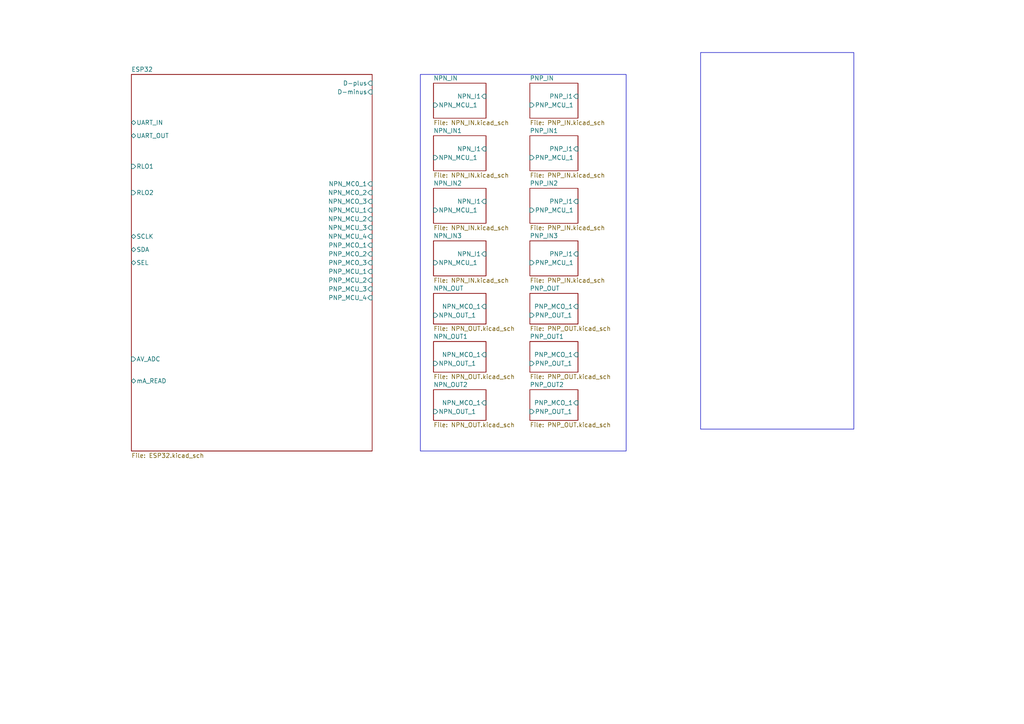
<source format=kicad_sch>
(kicad_sch
	(version 20250114)
	(generator "eeschema")
	(generator_version "9.0")
	(uuid "7bd5389b-bffc-4135-b1d3-55f66ca2af6c")
	(paper "A4")
	(lib_symbols)
	(rectangle
		(start 203.2 15.24)
		(end 247.65 124.46)
		(stroke
			(width 0)
			(type default)
		)
		(fill
			(type none)
		)
		(uuid 1c9924bc-f31d-4f4c-85b2-2d5596c47358)
	)
	(rectangle
		(start 121.92 21.59)
		(end 181.61 130.81)
		(stroke
			(width 0)
			(type default)
		)
		(fill
			(type none)
		)
		(uuid ded26b50-e24a-4199-ac33-35b9a6f378a7)
	)
	(sheet
		(at 125.73 113.03)
		(size 15.24 8.89)
		(exclude_from_sim no)
		(in_bom yes)
		(on_board yes)
		(dnp no)
		(fields_autoplaced yes)
		(stroke
			(width 0.1524)
			(type solid)
		)
		(fill
			(color 0 0 0 0.0000)
		)
		(uuid "183b83ff-d684-428d-824b-e48b89d0b10c")
		(property "Sheetname" "NPN_OUT2"
			(at 125.73 112.3184 0)
			(effects
				(font
					(size 1.27 1.27)
				)
				(justify left bottom)
			)
		)
		(property "Sheetfile" "NPN_OUT.kicad_sch"
			(at 125.73 122.5046 0)
			(effects
				(font
					(size 1.27 1.27)
				)
				(justify left top)
			)
		)
		(pin "NPN_MCO_1" input
			(at 140.97 116.84 0)
			(uuid "81b29031-cbce-4715-984b-b9b10006f956")
			(effects
				(font
					(size 1.27 1.27)
				)
				(justify right)
			)
		)
		(pin "NPN_OUT_1" input
			(at 125.73 119.38 180)
			(uuid "94897c4c-efb8-4b9a-bfed-acbb0dd069ce")
			(effects
				(font
					(size 1.27 1.27)
				)
				(justify left)
			)
		)
		(instances
			(project "PLC4UNI_Dev_Board_1.0"
				(path "/7bd5389b-bffc-4135-b1d3-55f66ca2af6c"
					(page "13")
				)
			)
		)
	)
	(sheet
		(at 38.1 21.59)
		(size 69.85 109.22)
		(exclude_from_sim no)
		(in_bom yes)
		(on_board yes)
		(dnp no)
		(fields_autoplaced yes)
		(stroke
			(width 0.1524)
			(type solid)
		)
		(fill
			(color 0 0 0 0.0000)
		)
		(uuid "1bf8075e-2497-4c67-94ff-37c12dd48c4f")
		(property "Sheetname" "ESP32"
			(at 38.1 20.8784 0)
			(effects
				(font
					(size 1.27 1.27)
				)
				(justify left bottom)
			)
		)
		(property "Sheetfile" "ESP32.kicad_sch"
			(at 38.1 131.3946 0)
			(effects
				(font
					(size 1.27 1.27)
				)
				(justify left top)
			)
		)
		(pin "AV_ADC" input
			(at 38.1 104.14 180)
			(uuid "435cbe75-20ae-48b8-9ed4-fd6084fa68e1")
			(effects
				(font
					(size 1.27 1.27)
				)
				(justify left)
			)
		)
		(pin "D-minus" input
			(at 107.95 26.67 0)
			(uuid "7f94822c-425c-46c6-b8df-7c18e152c171")
			(effects
				(font
					(size 1.27 1.27)
				)
				(justify right)
			)
		)
		(pin "D-plus" input
			(at 107.95 24.13 0)
			(uuid "1027791f-228a-49ad-ada5-482e1c1ca9b5")
			(effects
				(font
					(size 1.27 1.27)
				)
				(justify right)
			)
		)
		(pin "mA_READ" bidirectional
			(at 38.1 110.49 180)
			(uuid "9cdfa7c6-449a-448d-b4d4-f7401e89a70e")
			(effects
				(font
					(size 1.27 1.27)
				)
				(justify left)
			)
		)
		(pin "NPN_MC0_1" input
			(at 107.95 53.34 0)
			(uuid "a27cc70f-2995-4f7d-92d7-3d2c9210e9ce")
			(effects
				(font
					(size 1.27 1.27)
				)
				(justify right)
			)
		)
		(pin "NPN_MCO_2" input
			(at 107.95 55.88 0)
			(uuid "50c53852-bab7-4f43-a183-624ff4a945be")
			(effects
				(font
					(size 1.27 1.27)
				)
				(justify right)
			)
		)
		(pin "NPN_MCO_3" input
			(at 107.95 58.42 0)
			(uuid "e8de18f6-26d4-4ddf-bd2f-dec218af04a4")
			(effects
				(font
					(size 1.27 1.27)
				)
				(justify right)
			)
		)
		(pin "NPN_MCU_1" input
			(at 107.95 60.96 0)
			(uuid "9e004a24-d7b8-4436-9718-04c236a54048")
			(effects
				(font
					(size 1.27 1.27)
				)
				(justify right)
			)
		)
		(pin "NPN_MCU_2" input
			(at 107.95 63.5 0)
			(uuid "66253a01-70ff-45ce-adc9-0510b60b4d40")
			(effects
				(font
					(size 1.27 1.27)
				)
				(justify right)
			)
		)
		(pin "NPN_MCU_3" input
			(at 107.95 66.04 0)
			(uuid "8e6f1262-0bee-48c1-aa54-98f0648b918a")
			(effects
				(font
					(size 1.27 1.27)
				)
				(justify right)
			)
		)
		(pin "NPN_MCU_4" input
			(at 107.95 68.58 0)
			(uuid "cdab8b74-9e9d-49dd-9c80-6802209b379e")
			(effects
				(font
					(size 1.27 1.27)
				)
				(justify right)
			)
		)
		(pin "PNP_MCO_1" input
			(at 107.95 71.12 0)
			(uuid "3879bef5-68cf-483e-8c7d-36bb0eaec150")
			(effects
				(font
					(size 1.27 1.27)
				)
				(justify right)
			)
		)
		(pin "PNP_MCO_2" input
			(at 107.95 73.66 0)
			(uuid "93d32bbe-a32f-47c7-8b4c-e951dd0e1793")
			(effects
				(font
					(size 1.27 1.27)
				)
				(justify right)
			)
		)
		(pin "PNP_MCO_3" input
			(at 107.95 76.2 0)
			(uuid "def8c6ee-4847-41ed-9ef7-50b3a0352f91")
			(effects
				(font
					(size 1.27 1.27)
				)
				(justify right)
			)
		)
		(pin "PNP_MCU_1" input
			(at 107.95 78.74 0)
			(uuid "0603a1fa-1316-43c0-82ed-f9342b8be8f8")
			(effects
				(font
					(size 1.27 1.27)
				)
				(justify right)
			)
		)
		(pin "PNP_MCU_2" input
			(at 107.95 81.28 0)
			(uuid "edb5d375-f371-42ce-8527-5ca2ba2b2fe6")
			(effects
				(font
					(size 1.27 1.27)
				)
				(justify right)
			)
		)
		(pin "PNP_MCU_3" input
			(at 107.95 83.82 0)
			(uuid "e7286443-7dc8-4471-b256-0aaf44c41f45")
			(effects
				(font
					(size 1.27 1.27)
				)
				(justify right)
			)
		)
		(pin "PNP_MCU_4" input
			(at 107.95 86.36 0)
			(uuid "20622f93-2615-4f4b-92b2-514352d6a74d")
			(effects
				(font
					(size 1.27 1.27)
				)
				(justify right)
			)
		)
		(pin "RLO1" input
			(at 38.1 48.26 180)
			(uuid "6e580ed2-348c-4f10-99e3-5d0047947aa6")
			(effects
				(font
					(size 1.27 1.27)
				)
				(justify left)
			)
		)
		(pin "RLO2" input
			(at 38.1 55.88 180)
			(uuid "59cb3496-ed73-4c56-bb58-aa205bf3abd9")
			(effects
				(font
					(size 1.27 1.27)
				)
				(justify left)
			)
		)
		(pin "SCLK" bidirectional
			(at 38.1 68.58 180)
			(uuid "764427f3-b4ed-4430-8ca2-25cc8ac88b47")
			(effects
				(font
					(size 1.27 1.27)
				)
				(justify left)
			)
		)
		(pin "SDA" bidirectional
			(at 38.1 72.39 180)
			(uuid "27fbc3e2-9849-4620-9edd-99f1ac113743")
			(effects
				(font
					(size 1.27 1.27)
				)
				(justify left)
			)
		)
		(pin "SEL" bidirectional
			(at 38.1 76.2 180)
			(uuid "4679e3a9-3093-4872-9839-f15f6bcaf0dd")
			(effects
				(font
					(size 1.27 1.27)
				)
				(justify left)
			)
		)
		(pin "UART_IN" bidirectional
			(at 38.1 35.56 180)
			(uuid "dee12587-f149-4c10-a6c3-65a5f67d26eb")
			(effects
				(font
					(size 1.27 1.27)
				)
				(justify left)
			)
		)
		(pin "UART_OUT" bidirectional
			(at 38.1 39.37 180)
			(uuid "9ad2858c-9333-4928-b08b-524b5edbeae9")
			(effects
				(font
					(size 1.27 1.27)
				)
				(justify left)
			)
		)
		(instances
			(project "PLC4UNI_Dev_Board_1.0"
				(path "/7bd5389b-bffc-4135-b1d3-55f66ca2af6c"
					(page "2")
				)
			)
		)
	)
	(sheet
		(at 125.73 39.37)
		(size 15.24 10.16)
		(exclude_from_sim no)
		(in_bom yes)
		(on_board yes)
		(dnp no)
		(fields_autoplaced yes)
		(stroke
			(width 0.1524)
			(type solid)
		)
		(fill
			(color 0 0 0 0.0000)
		)
		(uuid "2c6ce7db-5b30-4eac-b77d-7c81d7578578")
		(property "Sheetname" "NPN_IN1"
			(at 125.73 38.6584 0)
			(effects
				(font
					(size 1.27 1.27)
				)
				(justify left bottom)
			)
		)
		(property "Sheetfile" "NPN_IN.kicad_sch"
			(at 125.73 50.1146 0)
			(effects
				(font
					(size 1.27 1.27)
				)
				(justify left top)
			)
		)
		(pin "NPN_I1" input
			(at 140.97 43.18 0)
			(uuid "f6190182-6d7c-45d8-b4f3-608b14f575fc")
			(effects
				(font
					(size 1.27 1.27)
				)
				(justify right)
			)
		)
		(pin "NPN_MCU_1" input
			(at 125.73 45.72 180)
			(uuid "94f313e9-bac0-457b-b19b-32b7d0aeb3e8")
			(effects
				(font
					(size 1.27 1.27)
				)
				(justify left)
			)
		)
		(instances
			(project "PLC4UNI_Dev_Board_1.0"
				(path "/7bd5389b-bffc-4135-b1d3-55f66ca2af6c"
					(page "4")
				)
			)
		)
	)
	(sheet
		(at 125.73 99.06)
		(size 15.24 8.89)
		(exclude_from_sim no)
		(in_bom yes)
		(on_board yes)
		(dnp no)
		(fields_autoplaced yes)
		(stroke
			(width 0.1524)
			(type solid)
		)
		(fill
			(color 0 0 0 0.0000)
		)
		(uuid "3b3adabc-3727-44ec-82ff-e5398c23acac")
		(property "Sheetname" "NPN_OUT1"
			(at 125.73 98.3484 0)
			(effects
				(font
					(size 1.27 1.27)
				)
				(justify left bottom)
			)
		)
		(property "Sheetfile" "NPN_OUT.kicad_sch"
			(at 125.73 108.5346 0)
			(effects
				(font
					(size 1.27 1.27)
				)
				(justify left top)
			)
		)
		(pin "NPN_MCO_1" input
			(at 140.97 102.87 0)
			(uuid "fdcb7eff-6827-4072-a8c2-5f4b249c2a56")
			(effects
				(font
					(size 1.27 1.27)
				)
				(justify right)
			)
		)
		(pin "NPN_OUT_1" input
			(at 125.73 105.41 180)
			(uuid "9c58ebd0-76a9-4dd3-8100-0356d6467b57")
			(effects
				(font
					(size 1.27 1.27)
				)
				(justify left)
			)
		)
		(instances
			(project "PLC4UNI_Dev_Board_1.0"
				(path "/7bd5389b-bffc-4135-b1d3-55f66ca2af6c"
					(page "12")
				)
			)
		)
	)
	(sheet
		(at 125.73 24.13)
		(size 15.24 10.16)
		(exclude_from_sim no)
		(in_bom yes)
		(on_board yes)
		(dnp no)
		(fields_autoplaced yes)
		(stroke
			(width 0.1524)
			(type solid)
		)
		(fill
			(color 0 0 0 0.0000)
		)
		(uuid "486bd80c-ec5b-4572-9bd1-952d262a97ae")
		(property "Sheetname" "NPN_IN"
			(at 125.73 23.4184 0)
			(effects
				(font
					(size 1.27 1.27)
				)
				(justify left bottom)
			)
		)
		(property "Sheetfile" "NPN_IN.kicad_sch"
			(at 125.73 34.8746 0)
			(effects
				(font
					(size 1.27 1.27)
				)
				(justify left top)
			)
		)
		(pin "NPN_I1" input
			(at 140.97 27.94 0)
			(uuid "e6324235-3843-4ea2-936d-e0b66b9feb2d")
			(effects
				(font
					(size 1.27 1.27)
				)
				(justify right)
			)
		)
		(pin "NPN_MCU_1" input
			(at 125.73 30.48 180)
			(uuid "c47bf469-2f80-431e-8a00-f811edaa30a6")
			(effects
				(font
					(size 1.27 1.27)
				)
				(justify left)
			)
		)
		(instances
			(project "PLC4UNI_Dev_Board_1.0"
				(path "/7bd5389b-bffc-4135-b1d3-55f66ca2af6c"
					(page "3")
				)
			)
		)
	)
	(sheet
		(at 153.67 69.85)
		(size 13.97 10.16)
		(exclude_from_sim no)
		(in_bom yes)
		(on_board yes)
		(dnp no)
		(fields_autoplaced yes)
		(stroke
			(width 0.1524)
			(type solid)
		)
		(fill
			(color 0 0 0 0.0000)
		)
		(uuid "617d8ba0-a578-4a06-b4ed-65a1397e0239")
		(property "Sheetname" "PNP_IN3"
			(at 153.67 69.1384 0)
			(effects
				(font
					(size 1.27 1.27)
				)
				(justify left bottom)
			)
		)
		(property "Sheetfile" "PNP_IN.kicad_sch"
			(at 153.67 80.5946 0)
			(effects
				(font
					(size 1.27 1.27)
				)
				(justify left top)
			)
		)
		(pin "PNP_I1" input
			(at 167.64 73.66 0)
			(uuid "8e6425e9-6c0c-476b-bf95-786e64d066bf")
			(effects
				(font
					(size 1.27 1.27)
				)
				(justify right)
			)
		)
		(pin "PNP_MCU_1" input
			(at 153.67 76.2 180)
			(uuid "86128eda-b089-4363-98ff-b11a23b8cb92")
			(effects
				(font
					(size 1.27 1.27)
				)
				(justify left)
			)
		)
		(instances
			(project "PLC4UNI_Dev_Board_1.0"
				(path "/7bd5389b-bffc-4135-b1d3-55f66ca2af6c"
					(page "10")
				)
			)
		)
	)
	(sheet
		(at 153.67 113.03)
		(size 13.97 8.89)
		(exclude_from_sim no)
		(in_bom yes)
		(on_board yes)
		(dnp no)
		(fields_autoplaced yes)
		(stroke
			(width 0.1524)
			(type solid)
		)
		(fill
			(color 0 0 0 0.0000)
		)
		(uuid "658876ee-48c8-414f-81c5-b2592ec3630b")
		(property "Sheetname" "PNP_OUT2"
			(at 153.67 112.3184 0)
			(effects
				(font
					(size 1.27 1.27)
				)
				(justify left bottom)
			)
		)
		(property "Sheetfile" "PNP_OUT.kicad_sch"
			(at 153.67 122.5046 0)
			(effects
				(font
					(size 1.27 1.27)
				)
				(justify left top)
			)
		)
		(pin "PNP_MCO_1" input
			(at 167.64 116.84 0)
			(uuid "39635727-e4bd-46c3-877f-b29ca65f7f0a")
			(effects
				(font
					(size 1.27 1.27)
				)
				(justify right)
			)
		)
		(pin "PNP_OUT_1" input
			(at 153.67 119.38 180)
			(uuid "614946cd-7436-428a-a9cf-891958e5ce51")
			(effects
				(font
					(size 1.27 1.27)
				)
				(justify left)
			)
		)
		(instances
			(project "PLC4UNI_Dev_Board_1.0"
				(path "/7bd5389b-bffc-4135-b1d3-55f66ca2af6c"
					(page "16")
				)
			)
		)
	)
	(sheet
		(at 153.67 39.37)
		(size 13.97 10.16)
		(exclude_from_sim no)
		(in_bom yes)
		(on_board yes)
		(dnp no)
		(fields_autoplaced yes)
		(stroke
			(width 0.1524)
			(type solid)
		)
		(fill
			(color 0 0 0 0.0000)
		)
		(uuid "86da6f81-5eec-4724-a281-37f5b00d485c")
		(property "Sheetname" "PNP_IN1"
			(at 153.67 38.6584 0)
			(effects
				(font
					(size 1.27 1.27)
				)
				(justify left bottom)
			)
		)
		(property "Sheetfile" "PNP_IN.kicad_sch"
			(at 153.67 50.1146 0)
			(effects
				(font
					(size 1.27 1.27)
				)
				(justify left top)
			)
		)
		(pin "PNP_I1" input
			(at 167.64 43.18 0)
			(uuid "182926e1-f97e-4939-946a-042e43b0e273")
			(effects
				(font
					(size 1.27 1.27)
				)
				(justify right)
			)
		)
		(pin "PNP_MCU_1" input
			(at 153.67 45.72 180)
			(uuid "0a85f13a-eadc-4ae6-a2bf-b1cfe3781e23")
			(effects
				(font
					(size 1.27 1.27)
				)
				(justify left)
			)
		)
		(instances
			(project "PLC4UNI_Dev_Board_1.0"
				(path "/7bd5389b-bffc-4135-b1d3-55f66ca2af6c"
					(page "8")
				)
			)
		)
	)
	(sheet
		(at 153.67 24.13)
		(size 13.97 10.16)
		(exclude_from_sim no)
		(in_bom yes)
		(on_board yes)
		(dnp no)
		(fields_autoplaced yes)
		(stroke
			(width 0.1524)
			(type solid)
		)
		(fill
			(color 0 0 0 0.0000)
		)
		(uuid "9a4a731a-9795-45be-aa5d-72afbcf95fbc")
		(property "Sheetname" "PNP_IN"
			(at 153.67 23.4184 0)
			(effects
				(font
					(size 1.27 1.27)
				)
				(justify left bottom)
			)
		)
		(property "Sheetfile" "PNP_IN.kicad_sch"
			(at 153.67 34.8746 0)
			(effects
				(font
					(size 1.27 1.27)
				)
				(justify left top)
			)
		)
		(pin "PNP_I1" input
			(at 167.64 27.94 0)
			(uuid "45c57747-b3f5-455a-bbb2-c3a239b35c38")
			(effects
				(font
					(size 1.27 1.27)
				)
				(justify right)
			)
		)
		(pin "PNP_MCU_1" input
			(at 153.67 30.48 180)
			(uuid "5dfdfb53-c804-49ea-8f35-272488cac2f8")
			(effects
				(font
					(size 1.27 1.27)
				)
				(justify left)
			)
		)
		(instances
			(project "PLC4UNI_Dev_Board_1.0"
				(path "/7bd5389b-bffc-4135-b1d3-55f66ca2af6c"
					(page "7")
				)
			)
		)
	)
	(sheet
		(at 125.73 85.09)
		(size 15.24 8.89)
		(exclude_from_sim no)
		(in_bom yes)
		(on_board yes)
		(dnp no)
		(fields_autoplaced yes)
		(stroke
			(width 0.1524)
			(type solid)
		)
		(fill
			(color 0 0 0 0.0000)
		)
		(uuid "b4fb70e8-d7db-4976-a39c-f3a113c5d02e")
		(property "Sheetname" "NPN_OUT"
			(at 125.73 84.3784 0)
			(effects
				(font
					(size 1.27 1.27)
				)
				(justify left bottom)
			)
		)
		(property "Sheetfile" "NPN_OUT.kicad_sch"
			(at 125.73 94.5646 0)
			(effects
				(font
					(size 1.27 1.27)
				)
				(justify left top)
			)
		)
		(pin "NPN_MCO_1" input
			(at 140.97 88.9 0)
			(uuid "de137da9-f42d-4fe0-b82a-4b24be07470e")
			(effects
				(font
					(size 1.27 1.27)
				)
				(justify right)
			)
		)
		(pin "NPN_OUT_1" input
			(at 125.73 91.44 180)
			(uuid "840551b8-0f89-4d15-961c-482136c22baf")
			(effects
				(font
					(size 1.27 1.27)
				)
				(justify left)
			)
		)
		(instances
			(project "PLC4UNI_Dev_Board_1.0"
				(path "/7bd5389b-bffc-4135-b1d3-55f66ca2af6c"
					(page "11")
				)
			)
		)
	)
	(sheet
		(at 153.67 85.09)
		(size 13.97 8.89)
		(exclude_from_sim no)
		(in_bom yes)
		(on_board yes)
		(dnp no)
		(fields_autoplaced yes)
		(stroke
			(width 0.1524)
			(type solid)
		)
		(fill
			(color 0 0 0 0.0000)
		)
		(uuid "b8801b66-8515-46ab-b47d-93422bcaead7")
		(property "Sheetname" "PNP_OUT"
			(at 153.67 84.3784 0)
			(effects
				(font
					(size 1.27 1.27)
				)
				(justify left bottom)
			)
		)
		(property "Sheetfile" "PNP_OUT.kicad_sch"
			(at 153.67 94.5646 0)
			(effects
				(font
					(size 1.27 1.27)
				)
				(justify left top)
			)
		)
		(pin "PNP_MCO_1" input
			(at 167.64 88.9 0)
			(uuid "8202b01d-a50d-4da4-a003-7c951009ae43")
			(effects
				(font
					(size 1.27 1.27)
				)
				(justify right)
			)
		)
		(pin "PNP_OUT_1" input
			(at 153.67 91.44 180)
			(uuid "fce9b835-63c8-4acc-a02f-1d673486ba87")
			(effects
				(font
					(size 1.27 1.27)
				)
				(justify left)
			)
		)
		(instances
			(project "PLC4UNI_Dev_Board_1.0"
				(path "/7bd5389b-bffc-4135-b1d3-55f66ca2af6c"
					(page "14")
				)
			)
		)
	)
	(sheet
		(at 153.67 99.06)
		(size 13.97 8.89)
		(exclude_from_sim no)
		(in_bom yes)
		(on_board yes)
		(dnp no)
		(fields_autoplaced yes)
		(stroke
			(width 0.1524)
			(type solid)
		)
		(fill
			(color 0 0 0 0.0000)
		)
		(uuid "ce50ca1a-92cf-4149-90da-2de3097c07b6")
		(property "Sheetname" "PNP_OUT1"
			(at 153.67 98.3484 0)
			(effects
				(font
					(size 1.27 1.27)
				)
				(justify left bottom)
			)
		)
		(property "Sheetfile" "PNP_OUT.kicad_sch"
			(at 153.67 108.5346 0)
			(effects
				(font
					(size 1.27 1.27)
				)
				(justify left top)
			)
		)
		(pin "PNP_MCO_1" input
			(at 167.64 102.87 0)
			(uuid "da8fec8e-87ab-44b6-8928-bb01d61fd758")
			(effects
				(font
					(size 1.27 1.27)
				)
				(justify right)
			)
		)
		(pin "PNP_OUT_1" input
			(at 153.67 105.41 180)
			(uuid "3719b362-52e5-42fb-bf92-159e77cf0494")
			(effects
				(font
					(size 1.27 1.27)
				)
				(justify left)
			)
		)
		(instances
			(project "PLC4UNI_Dev_Board_1.0"
				(path "/7bd5389b-bffc-4135-b1d3-55f66ca2af6c"
					(page "15")
				)
			)
		)
	)
	(sheet
		(at 125.73 54.61)
		(size 15.24 10.16)
		(exclude_from_sim no)
		(in_bom yes)
		(on_board yes)
		(dnp no)
		(fields_autoplaced yes)
		(stroke
			(width 0.1524)
			(type solid)
		)
		(fill
			(color 0 0 0 0.0000)
		)
		(uuid "d4273d9a-d74b-45cd-9163-b08e2d7c7f10")
		(property "Sheetname" "NPN_IN2"
			(at 125.73 53.8984 0)
			(effects
				(font
					(size 1.27 1.27)
				)
				(justify left bottom)
			)
		)
		(property "Sheetfile" "NPN_IN.kicad_sch"
			(at 125.73 65.3546 0)
			(effects
				(font
					(size 1.27 1.27)
				)
				(justify left top)
			)
		)
		(pin "NPN_I1" input
			(at 140.97 58.42 0)
			(uuid "fad1dd3c-7cf1-4c9e-a3fa-6ff3d8c6d8ac")
			(effects
				(font
					(size 1.27 1.27)
				)
				(justify right)
			)
		)
		(pin "NPN_MCU_1" input
			(at 125.73 60.96 180)
			(uuid "ea011b74-dd3f-4132-8544-f930d8819230")
			(effects
				(font
					(size 1.27 1.27)
				)
				(justify left)
			)
		)
		(instances
			(project "PLC4UNI_Dev_Board_1.0"
				(path "/7bd5389b-bffc-4135-b1d3-55f66ca2af6c"
					(page "5")
				)
			)
		)
	)
	(sheet
		(at 153.67 54.61)
		(size 13.97 10.16)
		(exclude_from_sim no)
		(in_bom yes)
		(on_board yes)
		(dnp no)
		(fields_autoplaced yes)
		(stroke
			(width 0.1524)
			(type solid)
		)
		(fill
			(color 0 0 0 0.0000)
		)
		(uuid "ecaf01c2-42aa-4819-9f94-d95aa2259c66")
		(property "Sheetname" "PNP_IN2"
			(at 153.67 53.8984 0)
			(effects
				(font
					(size 1.27 1.27)
				)
				(justify left bottom)
			)
		)
		(property "Sheetfile" "PNP_IN.kicad_sch"
			(at 153.67 65.3546 0)
			(effects
				(font
					(size 1.27 1.27)
				)
				(justify left top)
			)
		)
		(pin "PNP_I1" input
			(at 167.64 58.42 0)
			(uuid "9a07c34f-1b02-427c-a0a8-a584b8a5bc55")
			(effects
				(font
					(size 1.27 1.27)
				)
				(justify right)
			)
		)
		(pin "PNP_MCU_1" input
			(at 153.67 60.96 180)
			(uuid "c129d1b0-a3bf-4e7e-a4de-61ea39f7ebfe")
			(effects
				(font
					(size 1.27 1.27)
				)
				(justify left)
			)
		)
		(instances
			(project "PLC4UNI_Dev_Board_1.0"
				(path "/7bd5389b-bffc-4135-b1d3-55f66ca2af6c"
					(page "9")
				)
			)
		)
	)
	(sheet
		(at 125.73 69.85)
		(size 15.24 10.16)
		(exclude_from_sim no)
		(in_bom yes)
		(on_board yes)
		(dnp no)
		(fields_autoplaced yes)
		(stroke
			(width 0.1524)
			(type solid)
		)
		(fill
			(color 0 0 0 0.0000)
		)
		(uuid "fcd15253-91cc-4c9a-8b57-97f667e0178d")
		(property "Sheetname" "NPN_IN3"
			(at 125.73 69.1384 0)
			(effects
				(font
					(size 1.27 1.27)
				)
				(justify left bottom)
			)
		)
		(property "Sheetfile" "NPN_IN.kicad_sch"
			(at 125.73 80.5946 0)
			(effects
				(font
					(size 1.27 1.27)
				)
				(justify left top)
			)
		)
		(pin "NPN_I1" input
			(at 140.97 73.66 0)
			(uuid "2fbdfaf2-07ec-45b5-8346-a6d4b978a466")
			(effects
				(font
					(size 1.27 1.27)
				)
				(justify right)
			)
		)
		(pin "NPN_MCU_1" input
			(at 125.73 76.2 180)
			(uuid "2a334fbd-69f4-40d3-ac6b-3538d3eec589")
			(effects
				(font
					(size 1.27 1.27)
				)
				(justify left)
			)
		)
		(instances
			(project "PLC4UNI_Dev_Board_1.0"
				(path "/7bd5389b-bffc-4135-b1d3-55f66ca2af6c"
					(page "6")
				)
			)
		)
	)
	(sheet_instances
		(path "/"
			(page "1")
		)
	)
	(embedded_fonts no)
)

</source>
